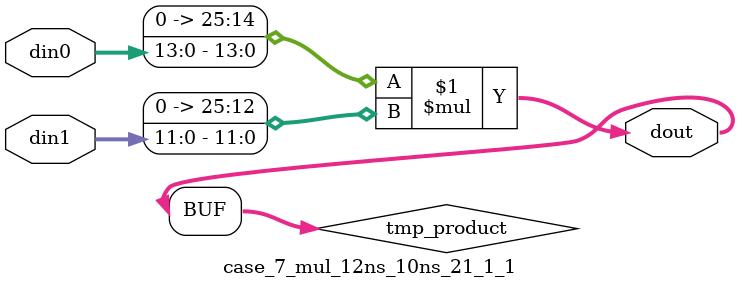
<source format=v>

`timescale 1 ns / 1 ps

 (* use_dsp = "no" *)  module case_7_mul_12ns_10ns_21_1_1(din0, din1, dout);
parameter ID = 1;
parameter NUM_STAGE = 0;
parameter din0_WIDTH = 14;
parameter din1_WIDTH = 12;
parameter dout_WIDTH = 26;

input [din0_WIDTH - 1 : 0] din0; 
input [din1_WIDTH - 1 : 0] din1; 
output [dout_WIDTH - 1 : 0] dout;

wire signed [dout_WIDTH - 1 : 0] tmp_product;
























assign tmp_product = $signed({1'b0, din0}) * $signed({1'b0, din1});











assign dout = tmp_product;





















endmodule

</source>
